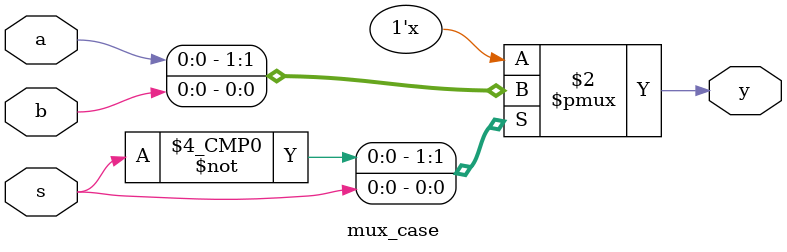
<source format=v>
module mux_case(a, b, s, y);
	input a,b,s;
	output reg y;
	
	always @ ( s or a or b )
		begin 
			case(s)
				0: y = a;
				1: y = b;
			endcase
		end 
endmodule

</source>
